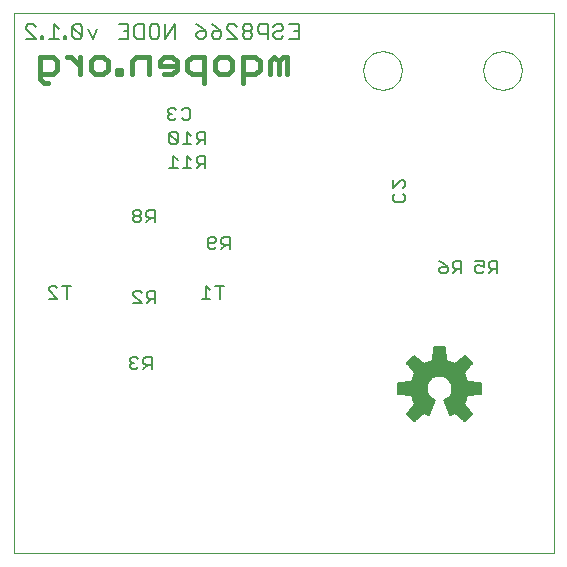
<source format=gbo>
G75*
G70*
%OFA0B0*%
%FSLAX24Y24*%
%IPPOS*%
%LPD*%
%AMOC8*
5,1,8,0,0,1.08239X$1,22.5*
%
%ADD10C,0.0000*%
%ADD11C,0.0080*%
%ADD12C,0.0150*%
%ADD13C,0.0059*%
D10*
X000280Y001800D02*
X000280Y019800D01*
X018280Y019800D01*
X018280Y001800D01*
X000280Y001800D01*
X011940Y017900D02*
X011942Y017950D01*
X011948Y018000D01*
X011958Y018049D01*
X011971Y018098D01*
X011989Y018145D01*
X012010Y018191D01*
X012034Y018234D01*
X012062Y018276D01*
X012093Y018316D01*
X012127Y018353D01*
X012164Y018387D01*
X012204Y018418D01*
X012246Y018446D01*
X012289Y018470D01*
X012335Y018491D01*
X012382Y018509D01*
X012431Y018522D01*
X012480Y018532D01*
X012530Y018538D01*
X012580Y018540D01*
X012630Y018538D01*
X012680Y018532D01*
X012729Y018522D01*
X012778Y018509D01*
X012825Y018491D01*
X012871Y018470D01*
X012914Y018446D01*
X012956Y018418D01*
X012996Y018387D01*
X013033Y018353D01*
X013067Y018316D01*
X013098Y018276D01*
X013126Y018234D01*
X013150Y018191D01*
X013171Y018145D01*
X013189Y018098D01*
X013202Y018049D01*
X013212Y018000D01*
X013218Y017950D01*
X013220Y017900D01*
X013218Y017850D01*
X013212Y017800D01*
X013202Y017751D01*
X013189Y017702D01*
X013171Y017655D01*
X013150Y017609D01*
X013126Y017566D01*
X013098Y017524D01*
X013067Y017484D01*
X013033Y017447D01*
X012996Y017413D01*
X012956Y017382D01*
X012914Y017354D01*
X012871Y017330D01*
X012825Y017309D01*
X012778Y017291D01*
X012729Y017278D01*
X012680Y017268D01*
X012630Y017262D01*
X012580Y017260D01*
X012530Y017262D01*
X012480Y017268D01*
X012431Y017278D01*
X012382Y017291D01*
X012335Y017309D01*
X012289Y017330D01*
X012246Y017354D01*
X012204Y017382D01*
X012164Y017413D01*
X012127Y017447D01*
X012093Y017484D01*
X012062Y017524D01*
X012034Y017566D01*
X012010Y017609D01*
X011989Y017655D01*
X011971Y017702D01*
X011958Y017751D01*
X011948Y017800D01*
X011942Y017850D01*
X011940Y017900D01*
X015940Y017900D02*
X015942Y017950D01*
X015948Y018000D01*
X015958Y018049D01*
X015971Y018098D01*
X015989Y018145D01*
X016010Y018191D01*
X016034Y018234D01*
X016062Y018276D01*
X016093Y018316D01*
X016127Y018353D01*
X016164Y018387D01*
X016204Y018418D01*
X016246Y018446D01*
X016289Y018470D01*
X016335Y018491D01*
X016382Y018509D01*
X016431Y018522D01*
X016480Y018532D01*
X016530Y018538D01*
X016580Y018540D01*
X016630Y018538D01*
X016680Y018532D01*
X016729Y018522D01*
X016778Y018509D01*
X016825Y018491D01*
X016871Y018470D01*
X016914Y018446D01*
X016956Y018418D01*
X016996Y018387D01*
X017033Y018353D01*
X017067Y018316D01*
X017098Y018276D01*
X017126Y018234D01*
X017150Y018191D01*
X017171Y018145D01*
X017189Y018098D01*
X017202Y018049D01*
X017212Y018000D01*
X017218Y017950D01*
X017220Y017900D01*
X017218Y017850D01*
X017212Y017800D01*
X017202Y017751D01*
X017189Y017702D01*
X017171Y017655D01*
X017150Y017609D01*
X017126Y017566D01*
X017098Y017524D01*
X017067Y017484D01*
X017033Y017447D01*
X016996Y017413D01*
X016956Y017382D01*
X016914Y017354D01*
X016871Y017330D01*
X016825Y017309D01*
X016778Y017291D01*
X016729Y017278D01*
X016680Y017268D01*
X016630Y017262D01*
X016580Y017260D01*
X016530Y017262D01*
X016480Y017268D01*
X016431Y017278D01*
X016382Y017291D01*
X016335Y017309D01*
X016289Y017330D01*
X016246Y017354D01*
X016204Y017382D01*
X016164Y017413D01*
X016127Y017447D01*
X016093Y017484D01*
X016062Y017524D01*
X016034Y017566D01*
X016010Y017609D01*
X015989Y017655D01*
X015971Y017702D01*
X015958Y017751D01*
X015948Y017800D01*
X015942Y017850D01*
X015940Y017900D01*
D11*
X013270Y014260D02*
X013340Y014190D01*
X013340Y014050D01*
X013270Y013980D01*
X013270Y013799D02*
X013340Y013729D01*
X013340Y013589D01*
X013270Y013519D01*
X012990Y013519D01*
X012920Y013589D01*
X012920Y013729D01*
X012990Y013799D01*
X012920Y013980D02*
X013200Y014260D01*
X013270Y014260D01*
X012920Y014260D02*
X012920Y013980D01*
X014470Y011560D02*
X014610Y011490D01*
X014750Y011350D01*
X014540Y011350D01*
X014470Y011280D01*
X014470Y011210D01*
X014540Y011140D01*
X014680Y011140D01*
X014750Y011210D01*
X014750Y011350D01*
X014931Y011350D02*
X014931Y011490D01*
X015001Y011560D01*
X015211Y011560D01*
X015211Y011140D01*
X015211Y011280D02*
X015001Y011280D01*
X014931Y011350D01*
X015071Y011280D02*
X014931Y011140D01*
X015670Y011210D02*
X015740Y011140D01*
X015880Y011140D01*
X015950Y011210D01*
X015950Y011350D02*
X015810Y011420D01*
X015740Y011420D01*
X015670Y011350D01*
X015670Y011210D01*
X015950Y011350D02*
X015950Y011560D01*
X015670Y011560D01*
X016131Y011490D02*
X016131Y011350D01*
X016201Y011280D01*
X016411Y011280D01*
X016411Y011140D02*
X016411Y011560D01*
X016201Y011560D01*
X016131Y011490D01*
X016271Y011280D02*
X016131Y011140D01*
X009781Y018960D02*
X009460Y018960D01*
X009265Y019040D02*
X009185Y018960D01*
X009025Y018960D01*
X008945Y019040D01*
X008945Y019120D01*
X009025Y019200D01*
X009185Y019200D01*
X009265Y019280D01*
X009265Y019360D01*
X009185Y019440D01*
X009025Y019440D01*
X008945Y019360D01*
X008749Y019440D02*
X008509Y019440D01*
X008429Y019360D01*
X008429Y019200D01*
X008509Y019120D01*
X008749Y019120D01*
X008749Y018960D02*
X008749Y019440D01*
X008234Y019360D02*
X008234Y019280D01*
X008154Y019200D01*
X007994Y019200D01*
X007914Y019120D01*
X007914Y019040D01*
X007994Y018960D01*
X008154Y018960D01*
X008234Y019040D01*
X008234Y019120D01*
X008154Y019200D01*
X007994Y019200D02*
X007914Y019280D01*
X007914Y019360D01*
X007994Y019440D01*
X008154Y019440D01*
X008234Y019360D01*
X007718Y019360D02*
X007638Y019440D01*
X007478Y019440D01*
X007398Y019360D01*
X007398Y019280D01*
X007718Y018960D01*
X007398Y018960D01*
X007203Y019040D02*
X007203Y019200D01*
X006962Y019200D01*
X006882Y019120D01*
X006882Y019040D01*
X006962Y018960D01*
X007123Y018960D01*
X007203Y019040D01*
X007203Y019200D02*
X007042Y019360D01*
X006882Y019440D01*
X006687Y019200D02*
X006447Y019200D01*
X006367Y019120D01*
X006367Y019040D01*
X006447Y018960D01*
X006607Y018960D01*
X006687Y019040D01*
X006687Y019200D01*
X006527Y019360D01*
X006367Y019440D01*
X005656Y019440D02*
X005656Y018960D01*
X005335Y018960D02*
X005335Y019440D01*
X005140Y019360D02*
X005140Y019040D01*
X005060Y018960D01*
X004900Y018960D01*
X004820Y019040D01*
X004820Y019360D01*
X004900Y019440D01*
X005060Y019440D01*
X005140Y019360D01*
X005335Y018960D02*
X005656Y019440D01*
X004624Y019440D02*
X004624Y018960D01*
X004384Y018960D01*
X004304Y019040D01*
X004304Y019360D01*
X004384Y019440D01*
X004624Y019440D01*
X004109Y019440D02*
X004109Y018960D01*
X003788Y018960D01*
X003949Y019200D02*
X004109Y019200D01*
X004109Y019440D02*
X003788Y019440D01*
X003077Y019280D02*
X002917Y018960D01*
X002757Y019280D01*
X002562Y019360D02*
X002562Y019040D01*
X002242Y019360D01*
X002242Y019040D01*
X002322Y018960D01*
X002482Y018960D01*
X002562Y019040D01*
X002562Y019360D02*
X002482Y019440D01*
X002322Y019440D01*
X002242Y019360D01*
X002046Y019040D02*
X001966Y019040D01*
X001966Y018960D01*
X002046Y018960D01*
X002046Y019040D01*
X001788Y018960D02*
X001468Y018960D01*
X001628Y018960D02*
X001628Y019440D01*
X001788Y019280D01*
X001273Y019040D02*
X001193Y019040D01*
X001193Y018960D01*
X001273Y018960D01*
X001273Y019040D01*
X001015Y018960D02*
X000695Y019280D01*
X000695Y019360D01*
X000775Y019440D01*
X000935Y019440D01*
X001015Y019360D01*
X001015Y018960D02*
X000695Y018960D01*
X005420Y016590D02*
X005420Y016520D01*
X005490Y016450D01*
X005420Y016380D01*
X005420Y016310D01*
X005490Y016240D01*
X005630Y016240D01*
X005700Y016310D01*
X005881Y016310D02*
X005951Y016240D01*
X006091Y016240D01*
X006161Y016310D01*
X006161Y016590D01*
X006091Y016660D01*
X005951Y016660D01*
X005881Y016590D01*
X005700Y016590D02*
X005630Y016660D01*
X005490Y016660D01*
X005420Y016590D01*
X005490Y016450D02*
X005560Y016450D01*
X005540Y015860D02*
X005470Y015790D01*
X005750Y015510D01*
X005680Y015440D01*
X005540Y015440D01*
X005470Y015510D01*
X005470Y015790D01*
X005540Y015860D02*
X005680Y015860D01*
X005750Y015790D01*
X005750Y015510D01*
X005931Y015440D02*
X006211Y015440D01*
X006071Y015440D02*
X006071Y015860D01*
X006211Y015720D01*
X006391Y015650D02*
X006461Y015580D01*
X006671Y015580D01*
X006531Y015580D02*
X006391Y015440D01*
X006391Y015650D02*
X006391Y015790D01*
X006461Y015860D01*
X006671Y015860D01*
X006671Y015440D01*
X006671Y015060D02*
X006461Y015060D01*
X006391Y014990D01*
X006391Y014850D01*
X006461Y014780D01*
X006671Y014780D01*
X006531Y014780D02*
X006391Y014640D01*
X006211Y014640D02*
X005931Y014640D01*
X006071Y014640D02*
X006071Y015060D01*
X006211Y014920D01*
X006671Y015060D02*
X006671Y014640D01*
X005750Y014640D02*
X005470Y014640D01*
X005610Y014640D02*
X005610Y015060D01*
X005750Y014920D01*
X004990Y013260D02*
X004780Y013260D01*
X004710Y013190D01*
X004710Y013050D01*
X004780Y012980D01*
X004990Y012980D01*
X004990Y012840D02*
X004990Y013260D01*
X004850Y012980D02*
X004710Y012840D01*
X004530Y012910D02*
X004530Y012980D01*
X004460Y013050D01*
X004319Y013050D01*
X004249Y012980D01*
X004249Y012910D01*
X004319Y012840D01*
X004460Y012840D01*
X004530Y012910D01*
X004460Y013050D02*
X004530Y013120D01*
X004530Y013190D01*
X004460Y013260D01*
X004319Y013260D01*
X004249Y013190D01*
X004249Y013120D01*
X004319Y013050D01*
X004340Y010560D02*
X004480Y010560D01*
X004550Y010490D01*
X004731Y010490D02*
X004731Y010350D01*
X004801Y010280D01*
X005011Y010280D01*
X005011Y010140D02*
X005011Y010560D01*
X004801Y010560D01*
X004731Y010490D01*
X004871Y010280D02*
X004731Y010140D01*
X004550Y010140D02*
X004270Y010420D01*
X004270Y010490D01*
X004340Y010560D01*
X004270Y010140D02*
X004550Y010140D01*
X004680Y008360D02*
X004610Y008290D01*
X004610Y008150D01*
X004680Y008080D01*
X004890Y008080D01*
X004890Y007940D02*
X004890Y008360D01*
X004680Y008360D01*
X004750Y008080D02*
X004610Y007940D01*
X004430Y008010D02*
X004360Y007940D01*
X004219Y007940D01*
X004149Y008010D01*
X004149Y008080D01*
X004219Y008150D01*
X004289Y008150D01*
X004219Y008150D02*
X004149Y008220D01*
X004149Y008290D01*
X004219Y008360D01*
X004360Y008360D01*
X004430Y008290D01*
X006549Y010290D02*
X006830Y010290D01*
X006689Y010290D02*
X006689Y010710D01*
X006830Y010570D01*
X007010Y010710D02*
X007290Y010710D01*
X007150Y010710D02*
X007150Y010290D01*
X007210Y011940D02*
X007350Y012080D01*
X007280Y012080D02*
X007490Y012080D01*
X007490Y011940D02*
X007490Y012360D01*
X007280Y012360D01*
X007210Y012290D01*
X007210Y012150D01*
X007280Y012080D01*
X007030Y012010D02*
X006960Y011940D01*
X006819Y011940D01*
X006749Y012010D01*
X006749Y012290D01*
X006819Y012360D01*
X006960Y012360D01*
X007030Y012290D01*
X007030Y012220D01*
X006960Y012150D01*
X006749Y012150D01*
X002190Y010710D02*
X001910Y010710D01*
X002050Y010710D02*
X002050Y010290D01*
X001730Y010290D02*
X001449Y010570D01*
X001449Y010640D01*
X001519Y010710D01*
X001660Y010710D01*
X001730Y010640D01*
X001730Y010290D02*
X001449Y010290D01*
X009460Y019440D02*
X009781Y019440D01*
X009781Y018960D01*
X009781Y019200D02*
X009621Y019200D01*
D12*
X009402Y018342D02*
X009260Y018342D01*
X009118Y018200D01*
X008977Y018342D01*
X008835Y018200D01*
X008835Y017775D01*
X009118Y017775D02*
X009118Y018200D01*
X009402Y018342D02*
X009402Y017775D01*
X008481Y017917D02*
X008339Y017775D01*
X007914Y017775D01*
X007914Y017491D02*
X007914Y018342D01*
X008339Y018342D01*
X008481Y018200D01*
X008481Y017917D01*
X007560Y017917D02*
X007419Y017775D01*
X007135Y017775D01*
X006993Y017917D01*
X006993Y018200D01*
X007135Y018342D01*
X007419Y018342D01*
X007560Y018200D01*
X007560Y017917D01*
X006640Y017775D02*
X006214Y017775D01*
X006072Y017917D01*
X006072Y018200D01*
X006214Y018342D01*
X006640Y018342D01*
X006640Y017491D01*
X005719Y017917D02*
X005577Y017775D01*
X005293Y017775D01*
X005152Y018059D02*
X005719Y018059D01*
X005719Y018200D02*
X005577Y018342D01*
X005293Y018342D01*
X005152Y018200D01*
X005152Y018059D01*
X004798Y017775D02*
X004798Y018342D01*
X004373Y018342D01*
X004231Y018200D01*
X004231Y017775D01*
X003877Y017775D02*
X003736Y017775D01*
X003736Y017917D01*
X003877Y017917D01*
X003877Y017775D01*
X003417Y017917D02*
X003417Y018200D01*
X003275Y018342D01*
X002992Y018342D01*
X002850Y018200D01*
X002850Y017917D01*
X002992Y017775D01*
X003275Y017775D01*
X003417Y017917D01*
X002496Y018059D02*
X002213Y018342D01*
X002071Y018342D01*
X001729Y018200D02*
X001729Y017917D01*
X001587Y017775D01*
X001162Y017775D01*
X001162Y017633D02*
X001162Y018342D01*
X001587Y018342D01*
X001729Y018200D01*
X001445Y017491D02*
X001303Y017491D01*
X001162Y017633D01*
X002496Y017775D02*
X002496Y018342D01*
X005719Y018200D02*
X005719Y017917D01*
D13*
X013632Y008386D02*
X013978Y008103D01*
X014070Y008154D01*
X014166Y008194D01*
X014267Y008223D01*
X014312Y008668D01*
X014648Y008668D01*
X014693Y008223D01*
X014794Y008194D01*
X014890Y008154D01*
X014982Y008103D01*
X015328Y008386D01*
X015566Y008148D01*
X015283Y007802D01*
X015334Y007710D01*
X015374Y007614D01*
X015403Y007513D01*
X015848Y007468D01*
X015848Y007132D01*
X015403Y007087D01*
X015374Y006986D01*
X015334Y006890D01*
X015283Y006798D01*
X015566Y006452D01*
X015328Y006214D01*
X014982Y006497D01*
X014914Y006458D01*
X014843Y006425D01*
X014645Y006902D01*
X014709Y006935D01*
X014767Y006979D01*
X014817Y007032D01*
X014857Y007092D01*
X014886Y007158D01*
X014905Y007228D01*
X014911Y007300D01*
X014903Y007380D01*
X014881Y007458D01*
X014844Y007530D01*
X014795Y007594D01*
X014734Y007648D01*
X014665Y007689D01*
X014589Y007717D01*
X014509Y007730D01*
X014429Y007728D01*
X014350Y007710D01*
X014275Y007679D01*
X014208Y007634D01*
X014151Y007577D01*
X014105Y007511D01*
X014072Y007437D01*
X014053Y007359D01*
X014050Y007278D01*
X014062Y007198D01*
X014088Y007122D01*
X014128Y007052D01*
X014181Y006990D01*
X014244Y006940D01*
X014315Y006902D01*
X014117Y006425D01*
X014046Y006458D01*
X013978Y006497D01*
X013632Y006214D01*
X013394Y006452D01*
X013677Y006798D01*
X013626Y006890D01*
X013586Y006986D01*
X013557Y007087D01*
X013112Y007132D01*
X013112Y007468D01*
X013557Y007513D01*
X013586Y007614D01*
X013626Y007710D01*
X013677Y007802D01*
X013394Y008148D01*
X013632Y008386D01*
X013607Y008361D02*
X013662Y008361D01*
X013732Y008304D02*
X013550Y008304D01*
X013492Y008246D02*
X013803Y008246D01*
X013873Y008189D02*
X013434Y008189D01*
X013408Y008131D02*
X013944Y008131D01*
X014028Y008131D02*
X014932Y008131D01*
X015016Y008131D02*
X015552Y008131D01*
X015526Y008189D02*
X015087Y008189D01*
X015157Y008246D02*
X015468Y008246D01*
X015410Y008304D02*
X015228Y008304D01*
X015298Y008361D02*
X015353Y008361D01*
X015505Y008074D02*
X013455Y008074D01*
X013502Y008016D02*
X015458Y008016D01*
X015411Y007958D02*
X013549Y007958D01*
X013596Y007901D02*
X015364Y007901D01*
X015317Y007843D02*
X013643Y007843D01*
X013668Y007786D02*
X015292Y007786D01*
X015324Y007728D02*
X014518Y007728D01*
X014454Y007728D02*
X013636Y007728D01*
X013610Y007671D02*
X014263Y007671D01*
X014187Y007613D02*
X013586Y007613D01*
X013569Y007556D02*
X014135Y007556D01*
X014099Y007498D02*
X013408Y007498D01*
X013112Y007440D02*
X014073Y007440D01*
X014059Y007383D02*
X013112Y007383D01*
X013112Y007325D02*
X014052Y007325D01*
X014051Y007268D02*
X013112Y007268D01*
X013112Y007210D02*
X014060Y007210D01*
X014077Y007153D02*
X013112Y007153D01*
X013476Y007095D02*
X014103Y007095D01*
X014140Y007038D02*
X013571Y007038D01*
X013589Y006980D02*
X014194Y006980D01*
X014277Y006922D02*
X013613Y006922D01*
X013640Y006865D02*
X014300Y006865D01*
X014276Y006807D02*
X013671Y006807D01*
X013637Y006750D02*
X014252Y006750D01*
X014228Y006692D02*
X013590Y006692D01*
X013543Y006635D02*
X014204Y006635D01*
X014181Y006577D02*
X013496Y006577D01*
X013450Y006520D02*
X014157Y006520D01*
X014133Y006462D02*
X014039Y006462D01*
X013936Y006462D02*
X013403Y006462D01*
X013441Y006404D02*
X013865Y006404D01*
X013794Y006347D02*
X013499Y006347D01*
X013557Y006289D02*
X013724Y006289D01*
X013653Y006232D02*
X013614Y006232D01*
X014660Y006865D02*
X015320Y006865D01*
X015347Y006922D02*
X014684Y006922D01*
X014768Y006980D02*
X015371Y006980D01*
X015389Y007038D02*
X014821Y007038D01*
X014858Y007095D02*
X015484Y007095D01*
X015289Y006807D02*
X014684Y006807D01*
X014708Y006750D02*
X015323Y006750D01*
X015370Y006692D02*
X014732Y006692D01*
X014756Y006635D02*
X015417Y006635D01*
X015464Y006577D02*
X014779Y006577D01*
X014803Y006520D02*
X015510Y006520D01*
X015557Y006462D02*
X015024Y006462D01*
X015095Y006404D02*
X015519Y006404D01*
X015461Y006347D02*
X015166Y006347D01*
X015236Y006289D02*
X015403Y006289D01*
X015346Y006232D02*
X015307Y006232D01*
X014921Y006462D02*
X014827Y006462D01*
X014884Y007153D02*
X015848Y007153D01*
X015848Y007210D02*
X014900Y007210D01*
X014908Y007268D02*
X015848Y007268D01*
X015848Y007325D02*
X014908Y007325D01*
X014902Y007383D02*
X015848Y007383D01*
X015848Y007440D02*
X014886Y007440D01*
X014860Y007498D02*
X015552Y007498D01*
X015391Y007556D02*
X014824Y007556D01*
X014773Y007613D02*
X015374Y007613D01*
X015350Y007671D02*
X014696Y007671D01*
X014806Y008189D02*
X014154Y008189D01*
X014269Y008246D02*
X014691Y008246D01*
X014685Y008304D02*
X014275Y008304D01*
X014281Y008361D02*
X014679Y008361D01*
X014673Y008419D02*
X014287Y008419D01*
X014293Y008476D02*
X014667Y008476D01*
X014662Y008534D02*
X014298Y008534D01*
X014304Y008592D02*
X014656Y008592D01*
X014650Y008649D02*
X014310Y008649D01*
M02*

</source>
